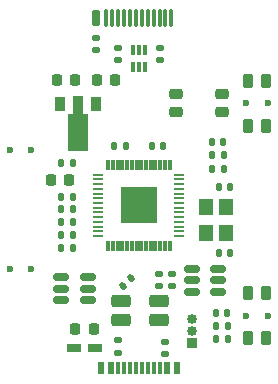
<source format=gbr>
G04 #@! TF.GenerationSoftware,KiCad,Pcbnew,7.0.5*
G04 #@! TF.CreationDate,2023-08-30T18:19:32+03:00*
G04 #@! TF.ProjectId,USB_duck_v2,5553425f-6475-4636-9b5f-76322e6b6963,rev?*
G04 #@! TF.SameCoordinates,Original*
G04 #@! TF.FileFunction,Soldermask,Top*
G04 #@! TF.FilePolarity,Negative*
%FSLAX46Y46*%
G04 Gerber Fmt 4.6, Leading zero omitted, Abs format (unit mm)*
G04 Created by KiCad (PCBNEW 7.0.5) date 2023-08-30 18:19:32*
%MOMM*%
%LPD*%
G01*
G04 APERTURE LIST*
G04 Aperture macros list*
%AMRoundRect*
0 Rectangle with rounded corners*
0 $1 Rounding radius*
0 $2 $3 $4 $5 $6 $7 $8 $9 X,Y pos of 4 corners*
0 Add a 4 corners polygon primitive as box body*
4,1,4,$2,$3,$4,$5,$6,$7,$8,$9,$2,$3,0*
0 Add four circle primitives for the rounded corners*
1,1,$1+$1,$2,$3*
1,1,$1+$1,$4,$5*
1,1,$1+$1,$6,$7*
1,1,$1+$1,$8,$9*
0 Add four rect primitives between the rounded corners*
20,1,$1+$1,$2,$3,$4,$5,0*
20,1,$1+$1,$4,$5,$6,$7,0*
20,1,$1+$1,$6,$7,$8,$9,0*
20,1,$1+$1,$8,$9,$2,$3,0*%
%AMFreePoly0*
4,1,9,3.862500,-0.866500,0.737500,-0.866500,0.737500,-0.450000,-0.737500,-0.450000,-0.737500,0.450000,0.737500,0.450000,0.737500,0.866500,3.862500,0.866500,3.862500,-0.866500,3.862500,-0.866500,$1*%
G04 Aperture macros list end*
%ADD10RoundRect,0.140000X-0.140000X-0.170000X0.140000X-0.170000X0.140000X0.170000X-0.140000X0.170000X0*%
%ADD11RoundRect,0.135000X-0.135000X-0.185000X0.135000X-0.185000X0.135000X0.185000X-0.135000X0.185000X0*%
%ADD12RoundRect,0.140000X0.140000X0.170000X-0.140000X0.170000X-0.140000X-0.170000X0.140000X-0.170000X0*%
%ADD13RoundRect,0.225000X-0.225000X-0.250000X0.225000X-0.250000X0.225000X0.250000X-0.225000X0.250000X0*%
%ADD14R,1.200000X1.400000*%
%ADD15RoundRect,0.006000X0.094000X-0.414000X0.094000X0.414000X-0.094000X0.414000X-0.094000X-0.414000X0*%
%ADD16RoundRect,0.020000X0.400000X-0.080000X0.400000X0.080000X-0.400000X0.080000X-0.400000X-0.080000X0*%
%ADD17R,3.100000X3.100000*%
%ADD18RoundRect,0.135000X-0.185000X0.135000X-0.185000X-0.135000X0.185000X-0.135000X0.185000X0.135000X0*%
%ADD19C,0.600000*%
%ADD20RoundRect,0.225000X0.225000X-0.375000X0.225000X0.375000X-0.225000X0.375000X-0.225000X-0.375000X0*%
%ADD21RoundRect,0.135000X0.185000X-0.135000X0.185000X0.135000X-0.185000X0.135000X-0.185000X-0.135000X0*%
%ADD22R,0.850000X0.850000*%
%ADD23O,0.850000X0.850000*%
%ADD24RoundRect,0.225000X0.225000X0.250000X-0.225000X0.250000X-0.225000X-0.250000X0.225000X-0.250000X0*%
%ADD25RoundRect,0.075000X-0.075000X-0.675000X0.075000X-0.675000X0.075000X0.675000X-0.075000X0.675000X0*%
%ADD26RoundRect,0.175000X-0.175000X-0.525000X0.175000X-0.525000X0.175000X0.525000X-0.175000X0.525000X0*%
%ADD27R,0.600000X1.100000*%
%ADD28R,0.300000X1.100000*%
%ADD29RoundRect,0.135000X0.135000X0.185000X-0.135000X0.185000X-0.135000X-0.185000X0.135000X-0.185000X0*%
%ADD30RoundRect,0.225000X0.350000X0.225000X-0.350000X0.225000X-0.350000X-0.225000X0.350000X-0.225000X0*%
%ADD31R,0.300000X0.850000*%
%ADD32RoundRect,0.150000X0.512500X0.150000X-0.512500X0.150000X-0.512500X-0.150000X0.512500X-0.150000X0*%
%ADD33R,1.270000X0.760000*%
%ADD34RoundRect,0.262500X-0.587500X-0.262500X0.587500X-0.262500X0.587500X0.262500X-0.587500X0.262500X0*%
%ADD35RoundRect,0.140000X0.021213X-0.219203X0.219203X-0.021213X-0.021213X0.219203X-0.219203X0.021213X0*%
%ADD36RoundRect,0.150000X-0.512500X-0.150000X0.512500X-0.150000X0.512500X0.150000X-0.512500X0.150000X0*%
%ADD37R,0.900000X1.300000*%
%ADD38FreePoly0,270.000000*%
G04 APERTURE END LIST*
D10*
X-6580000Y-17300000D03*
X-5620000Y-17300000D03*
D11*
X-6610000Y-12300000D03*
X-5590000Y-12300000D03*
D12*
X-1120000Y-10800000D03*
X-2080000Y-10800000D03*
D11*
X6170000Y-12740000D03*
X7190000Y-12740000D03*
D13*
X-3575000Y-5200000D03*
X-2025000Y-5200000D03*
D14*
X7400000Y-18170000D03*
X7400000Y-15970000D03*
X5700000Y-15970000D03*
X5700000Y-18170000D03*
D15*
X-2600000Y-19285000D03*
X-2200000Y-19285000D03*
X-1800000Y-19285000D03*
X-1400000Y-19285000D03*
X-1000000Y-19285000D03*
X-600000Y-19285000D03*
X-200000Y-19285000D03*
X200000Y-19285000D03*
X600000Y-19285000D03*
X1000000Y-19285000D03*
X1400000Y-19285000D03*
X1800000Y-19285000D03*
X2200000Y-19285000D03*
X2600000Y-19285000D03*
D16*
X3435000Y-18450000D03*
X3435000Y-18050000D03*
X3435000Y-17650000D03*
X3435000Y-17250000D03*
X3435000Y-16850000D03*
X3435000Y-16450000D03*
X3435000Y-16050000D03*
X3435000Y-15650000D03*
X3435000Y-15250000D03*
X3435000Y-14850000D03*
X3435000Y-14450000D03*
X3435000Y-14050000D03*
X3435000Y-13650000D03*
X3435000Y-13250000D03*
D15*
X2600000Y-12415000D03*
X2200000Y-12415000D03*
X1800000Y-12415000D03*
X1400000Y-12415000D03*
X1000000Y-12415000D03*
X600000Y-12415000D03*
X200000Y-12415000D03*
X-200000Y-12415000D03*
X-600000Y-12415000D03*
X-1000000Y-12415000D03*
X-1400000Y-12415000D03*
X-1800000Y-12415000D03*
X-2200000Y-12415000D03*
X-2600000Y-12415000D03*
D16*
X-3435000Y-13250000D03*
X-3435000Y-13650000D03*
X-3435000Y-14050000D03*
X-3435000Y-14450000D03*
X-3435000Y-14850000D03*
X-3435000Y-15250000D03*
X-3435000Y-15650000D03*
X-3435000Y-16050000D03*
X-3435000Y-16450000D03*
X-3435000Y-16850000D03*
X-3435000Y-17250000D03*
X-3435000Y-17650000D03*
X-3435000Y-18050000D03*
X-3435000Y-18450000D03*
D17*
X0Y-15850000D03*
D18*
X-3600000Y-1690000D03*
X-3600000Y-2710000D03*
D19*
X9100000Y-7200000D03*
X10900000Y-7200000D03*
D20*
X9250000Y-9100000D03*
X10750000Y-9100000D03*
X9250000Y-5300000D03*
X10750000Y-5300000D03*
D21*
X2200000Y-28410000D03*
X2200000Y-27390000D03*
D22*
X4500000Y-27500000D03*
D23*
X4500000Y-26500000D03*
X4500000Y-25500000D03*
D24*
X-5400000Y-5200000D03*
X-6950000Y-5200000D03*
D25*
X-2750000Y0D03*
X-2250000Y0D03*
X-1750000Y0D03*
X-1250000Y0D03*
X-750000Y0D03*
X-250000Y0D03*
X250000Y0D03*
X750000Y0D03*
X1250000Y0D03*
X1750000Y0D03*
X2250000Y0D03*
X2750000Y0D03*
D26*
X-3600000Y50000D03*
D18*
X1800000Y-2490000D03*
X1800000Y-3510000D03*
X-1800000Y-2490000D03*
X-1800000Y-3510000D03*
D27*
X-3200000Y-29650000D03*
X-2400000Y-29650000D03*
D28*
X-1250000Y-29650000D03*
X-250000Y-29650000D03*
X250000Y-29650000D03*
X1250000Y-29650000D03*
D27*
X2400000Y-29650000D03*
X3200000Y-29650000D03*
X3200000Y-29650000D03*
X2400000Y-29650000D03*
D28*
X1750000Y-29650000D03*
X750000Y-29650000D03*
X-750000Y-29650000D03*
X-1750000Y-29650000D03*
D27*
X-2400000Y-29650000D03*
X-3200000Y-29650000D03*
D13*
X-7475000Y-13700000D03*
X-5925000Y-13700000D03*
D18*
X1700000Y-21690000D03*
X1700000Y-22710000D03*
D11*
X6170000Y-11590000D03*
X7190000Y-11590000D03*
D12*
X7730000Y-14270000D03*
X6770000Y-14270000D03*
D21*
X-1800000Y-28310000D03*
X-1800000Y-27290000D03*
D29*
X-5590000Y-15100000D03*
X-6610000Y-15100000D03*
D30*
X7075000Y-7950000D03*
X7075000Y-6450000D03*
X3125000Y-6450000D03*
X3125000Y-7950000D03*
D19*
X9100000Y-25200000D03*
X10900000Y-25200000D03*
D20*
X9250000Y-27100000D03*
X10750000Y-27100000D03*
X9250000Y-23300000D03*
X10750000Y-23300000D03*
D10*
X6200000Y-10490000D03*
X7160000Y-10490000D03*
D31*
X500000Y-2700000D03*
X0Y-2700000D03*
X-500000Y-2700000D03*
X-500000Y-4100000D03*
X0Y-4100000D03*
X500000Y-4100000D03*
D32*
X6737500Y-23150000D03*
X6737500Y-22200000D03*
X6737500Y-21250000D03*
X4462500Y-21250000D03*
X4462500Y-22200000D03*
X4462500Y-23150000D03*
D11*
X6490000Y-26050000D03*
X7510000Y-26050000D03*
D10*
X-6580000Y-18400000D03*
X-5620000Y-18400000D03*
X-6580000Y-19500000D03*
X-5620000Y-19500000D03*
D29*
X-5590000Y-16200000D03*
X-6610000Y-16200000D03*
D33*
X-5490000Y-27910000D03*
X-3710000Y-27910000D03*
D10*
X6770000Y-19870000D03*
X7730000Y-19870000D03*
D34*
X1700000Y-23940000D03*
X-1500000Y-23940000D03*
X1700000Y-25590000D03*
X-1500000Y-25590000D03*
D11*
X6490000Y-27200000D03*
X7510000Y-27200000D03*
D18*
X2800000Y-21690000D03*
X2800000Y-22710000D03*
D10*
X6520000Y-24950000D03*
X7480000Y-24950000D03*
D35*
X-1339411Y-22639411D03*
X-660589Y-21960589D03*
D36*
X-6600000Y-21950000D03*
X-6600000Y-22900000D03*
X-6600000Y-23850000D03*
X-4325000Y-23850000D03*
X-4325000Y-22900000D03*
X-4325000Y-21950000D03*
D24*
X-3825000Y-26310000D03*
X-5375000Y-26310000D03*
D37*
X-3650000Y-7250000D03*
D38*
X-5150000Y-7337500D03*
D37*
X-6650000Y-7250000D03*
D12*
X2080000Y-10800000D03*
X1120000Y-10800000D03*
D19*
X-10900000Y-11200000D03*
X-9100000Y-11200000D03*
X-10900000Y-21200000D03*
X-9100000Y-21200000D03*
M02*

</source>
